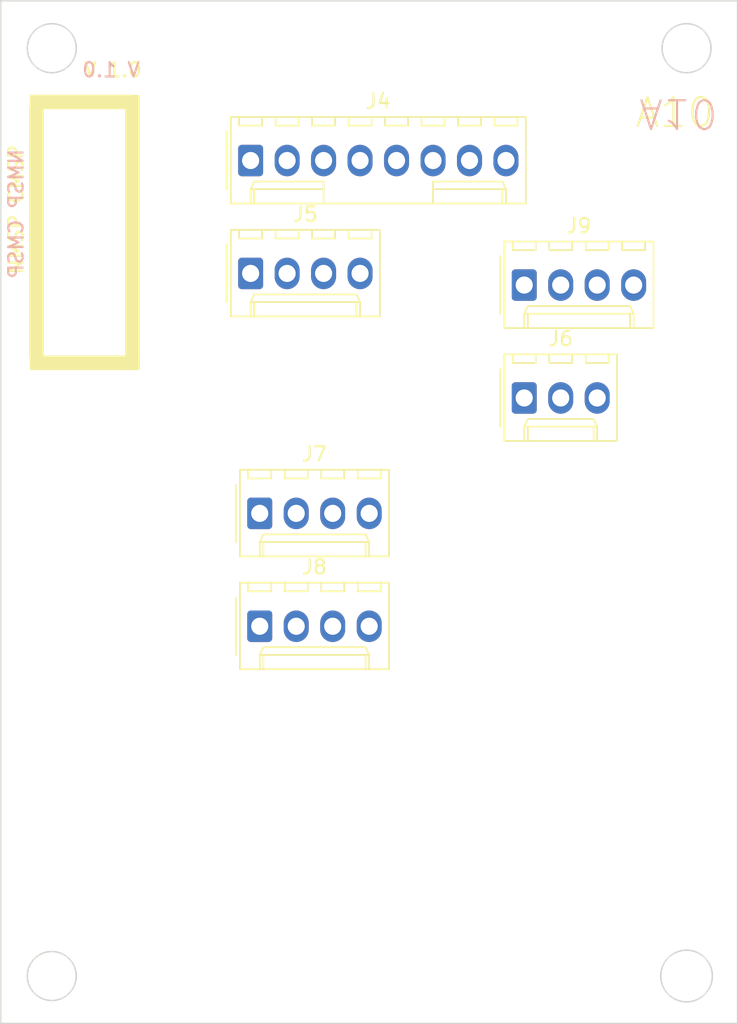
<source format=kicad_pcb>
(kicad_pcb (version 20221018) (generator pcbnew)
  (layers (0 "F.Cu" signal) (31 "B.Cu" signal) (34 "B.Paste" user) (35 "F.Paste" user) (36 "B.SilkS" user "B.Silkscreen") (37 "F.SilkS" user "F.Silkscreen") (38 "B.Mask" user) (39 "F.Mask" user) (44 "Edge.Cuts" user))
  (net 0 "")
  (net 1 "/SEG_A1")
  (net 2 "/SEG_B1")
  (net 3 "/SEG_C1")
  (net 4 "/SEG_D1")
  (net 5 "/SEG_E1")
  (net 6 "/SEG_F1")
  (net 7 "/SEG_G1")
  (net 8 "/SEG_DP1")
  (net 9 "/DIG_B4")
  (net 10 "/DIG_B5")
  (net 11 "/DIG_B6")
  (net 12 "/DIG_B7")
  (footprint "Connector_Molex:Molex_KK-254_AE-6410-04A_1x04_P2.54mm_Vertical" (layer "F.Cu") (at 123.19 63.095)
    (fp_text reference "J5" (at 3.81 -4.12) (layer "F.SilkS"))
    (fp_text value "FORWARD_DIGITS")
    (fp_line (start -1.67 -2) (end -1.67 2) (stroke (width 0.12)) (layer "F.SilkS"))
    (fp_line (start -1.38 -3.03) (end -1.38 2.99) (stroke (width 0.12)) (layer "F.SilkS"))
    (fp_line (start -1.38 2.99) (end 9 2.99) (stroke (width 0.12)) (layer "F.SilkS"))
    (fp_line (start -0.8 -3.03) (end -0.8 -2.43) (stroke (width 0.12)) (layer "F.SilkS"))
    (fp_line (start -0.8 -2.43) (end 0.8 -2.43) (stroke (width 0.12)) (layer "F.SilkS"))
    (fp_line (start 0 1.99) (end 0.25 1.46) (stroke (width 0.12)) (layer "F.SilkS"))
    (fp_line (start 0 1.99) (end 7.62 1.99) (stroke (width 0.12)) (layer "F.SilkS"))
    (fp_line (start 0 2.99) (end 0 1.99) (stroke (width 0.12)) (layer "F.SilkS"))
    (fp_line (start 0.25 1.46) (end 7.37 1.46) (stroke (width 0.12)) (layer "F.SilkS"))
    (fp_line (start 0.25 2.99) (end 0.25 1.99) (stroke (width 0.12)) (layer "F.SilkS"))
    (fp_line (start 0.8 -2.43) (end 0.8 -3.03) (stroke (width 0.12)) (layer "F.SilkS"))
    (fp_line (start 1.74 -3.03) (end 1.74 -2.43) (stroke (width 0.12)) (layer "F.SilkS"))
    (fp_line (start 1.74 -2.43) (end 3.34 -2.43) (stroke (width 0.12)) (layer "F.SilkS"))
    (fp_line (start 3.34 -2.43) (end 3.34 -3.03) (stroke (width 0.12)) (layer "F.SilkS"))
    (fp_line (start 4.28 -3.03) (end 4.28 -2.43) (stroke (width 0.12)) (layer "F.SilkS"))
    (fp_line (start 4.28 -2.43) (end 5.88 -2.43) (stroke (width 0.12)) (layer "F.SilkS"))
    (fp_line (start 5.88 -2.43) (end 5.88 -3.03) (stroke (width 0.12)) (layer "F.SilkS"))
    (fp_line (start 6.82 -3.03) (end 6.82 -2.43) (stroke (width 0.12)) (layer "F.SilkS"))
    (fp_line (start 6.82 -2.43) (end 8.42 -2.43) (stroke (width 0.12)) (layer "F.SilkS"))
    (fp_line (start 7.37 1.46) (end 7.62 1.99) (stroke (width 0.12)) (layer "F.SilkS"))
    (fp_line (start 7.37 2.99) (end 7.37 1.99) (stroke (width 0.12)) (layer "F.SilkS"))
    (fp_line (start 7.62 1.99) (end 7.62 2.99) (stroke (width 0.12)) (layer "F.SilkS"))
    (fp_line (start 8.42 -2.43) (end 8.42 -3.03) (stroke (width 0.12)) (layer "F.SilkS"))
    (fp_line (start 9 -3.03) (end -1.38 -3.03) (stroke (width 0.12)) (layer "F.SilkS"))
    (fp_line (start 9 2.99) (end 9 -3.03) (stroke (width 0.12)) (layer "F.SilkS"))
    (pad "1" thru_hole roundrect (at 0 0) (size 1.74 2.19) (drill 1.19) (layers "*.Cu" "*.Mask") (roundrect_rratio 0.143678) (net 9 "/DIG_B4"))
    (pad "2" thru_hole oval (at 2.54 0) (size 1.74 2.19) (drill 1.19) (layers "*.Cu" "*.Mask") (net 10 "/DIG_B5"))
    (pad "3" thru_hole oval (at 5.08 0) (size 1.74 2.19) (drill 1.19) (layers "*.Cu" "*.Mask") (net 11 "/DIG_B6"))
    (pad "4" thru_hole oval (at 7.62 0) (size 1.74 2.19) (drill 1.19) (layers "*.Cu" "*.Mask") (net 12 "/DIG_B7"))
  )
  (footprint "Connector_Molex:Molex_KK-254_AE-6410-04A_1x04_P2.54mm_Vertical" (layer "F.Cu") (at 142.24 63.905)
    (fp_text reference "J9" (at 3.81 -4.12) (layer "F.SilkS"))
    (fp_text value "CMSP")
    (fp_line (start -1.67 -2) (end -1.67 2) (stroke (width 0.12)) (layer "F.SilkS"))
    (fp_line (start -1.38 -3.03) (end -1.38 2.99) (stroke (width 0.12)) (layer "F.SilkS"))
    (fp_line (start -1.38 2.99) (end 9 2.99) (stroke (width 0.12)) (layer "F.SilkS"))
    (fp_line (start -0.8 -3.03) (end -0.8 -2.43) (stroke (width 0.12)) (layer "F.SilkS"))
    (fp_line (start -0.8 -2.43) (end 0.8 -2.43) (stroke (width 0.12)) (layer "F.SilkS"))
    (fp_line (start 0 1.99) (end 0.25 1.46) (stroke (width 0.12)) (layer "F.SilkS"))
    (fp_line (start 0 1.99) (end 7.62 1.99) (stroke (width 0.12)) (layer "F.SilkS"))
    (fp_line (start 0 2.99) (end 0 1.99) (stroke (width 0.12)) (layer "F.SilkS"))
    (fp_line (start 0.25 1.46) (end 7.37 1.46) (stroke (width 0.12)) (layer "F.SilkS"))
    (fp_line (start 0.25 2.99) (end 0.25 1.99) (stroke (width 0.12)) (layer "F.SilkS"))
    (fp_line (start 0.8 -2.43) (end 0.8 -3.03) (stroke (width 0.12)) (layer "F.SilkS"))
    (fp_line (start 1.74 -3.03) (end 1.74 -2.43) (stroke (width 0.12)) (layer "F.SilkS"))
    (fp_line (start 1.74 -2.43) (end 3.34 -2.43) (stroke (width 0.12)) (layer "F.SilkS"))
    (fp_line (start 3.34 -2.43) (end 3.34 -3.03) (stroke (width 0.12)) (layer "F.SilkS"))
    (fp_line (start 4.28 -3.03) (end 4.28 -2.43) (stroke (width 0.12)) (layer "F.SilkS"))
    (fp_line (start 4.28 -2.43) (end 5.88 -2.43) (stroke (width 0.12)) (layer "F.SilkS"))
    (fp_line (start 5.88 -2.43) (end 5.88 -3.03) (stroke (width 0.12)) (layer "F.SilkS"))
    (fp_line (start 6.82 -3.03) (end 6.82 -2.43) (stroke (width 0.12)) (layer "F.SilkS"))
    (fp_line (start 6.82 -2.43) (end 8.42 -2.43) (stroke (width 0.12)) (layer "F.SilkS"))
    (fp_line (start 7.37 1.46) (end 7.62 1.99) (stroke (width 0.12)) (layer "F.SilkS"))
    (fp_line (start 7.37 2.99) (end 7.37 1.99) (stroke (width 0.12)) (layer "F.SilkS"))
    (fp_line (start 7.62 1.99) (end 7.62 2.99) (stroke (width 0.12)) (layer "F.SilkS"))
    (fp_line (start 8.42 -2.43) (end 8.42 -3.03) (stroke (width 0.12)) (layer "F.SilkS"))
    (fp_line (start 9 -3.03) (end -1.38 -3.03) (stroke (width 0.12)) (layer "F.SilkS"))
    (fp_line (start 9 2.99) (end 9 -3.03) (stroke (width 0.12)) (layer "F.SilkS"))
    (pad "1" thru_hole roundrect (at 0 0) (size 1.74 2.19) (drill 1.19) (layers "*.Cu" "*.Mask") (roundrect_rratio 0.143678) (net 5 "/SEG_E1"))
    (pad "2" thru_hole oval (at 2.54 0) (size 1.74 2.19) (drill 1.19) (layers "*.Cu" "*.Mask") (net 9 "/DIG_B4"))
    (pad "3" thru_hole oval (at 5.08 0) (size 1.74 2.19) (drill 1.19) (layers "*.Cu" "*.Mask") (net 6 "/SEG_F1"))
    (pad "4" thru_hole oval (at 7.62 0) (size 1.74 2.19) (drill 1.19) (layers "*.Cu" "*.Mask"))
  )
  (footprint "Connector_Molex:Molex_KK-254_AE-6410-08A_1x08_P2.54mm_Vertical" (layer "F.Cu") (at 123.19 55.245)
    (fp_text reference "J4" (at 8.89 -4.12) (layer "F.SilkS"))
    (fp_text value "FORWARD_SEGEMENTS")
    (fp_line (start -1.67 -2) (end -1.67 2) (stroke (width 0.12)) (layer "F.SilkS"))
    (fp_line (start -1.38 -3.03) (end -1.38 2.99) (stroke (width 0.12)) (layer "F.SilkS"))
    (fp_line (start -1.38 2.99) (end 19.16 2.99) (stroke (width 0.12)) (layer "F.SilkS"))
    (fp_line (start -0.8 -3.03) (end -0.8 -2.43) (stroke (width 0.12)) (layer "F.SilkS"))
    (fp_line (start -0.8 -2.43) (end 0.8 -2.43) (stroke (width 0.12)) (layer "F.SilkS"))
    (fp_line (start 0 1.99) (end 0.25 1.46) (stroke (width 0.12)) (layer "F.SilkS"))
    (fp_line (start 0 1.99) (end 5.08 1.99) (stroke (width 0.12)) (layer "F.SilkS"))
    (fp_line (start 0 2.99) (end 0 1.99) (stroke (width 0.12)) (layer "F.SilkS"))
    (fp_line (start 0.25 1.46) (end 5.08 1.46) (stroke (width 0.12)) (layer "F.SilkS"))
    (fp_line (start 0.25 2.99) (end 0.25 1.99) (stroke (width 0.12)) (layer "F.SilkS"))
    (fp_line (start 0.8 -2.43) (end 0.8 -3.03) (stroke (width 0.12)) (layer "F.SilkS"))
    (fp_line (start 1.74 -3.03) (end 1.74 -2.43) (stroke (width 0.12)) (layer "F.SilkS"))
    (fp_line (start 1.74 -2.43) (end 3.34 -2.43) (stroke (width 0.12)) (layer "F.SilkS"))
    (fp_line (start 3.34 -2.43) (end 3.34 -3.03) (stroke (width 0.12)) (layer "F.SilkS"))
    (fp_line (start 4.28 -3.03) (end 4.28 -2.43) (stroke (width 0.12)) (layer "F.SilkS"))
    (fp_line (start 4.28 -2.43) (end 5.88 -2.43) (stroke (width 0.12)) (layer "F.SilkS"))
    (fp_line (start 5.08 1.46) (end 5.08 1.99) (stroke (width 0.12)) (layer "F.SilkS"))
    (fp_line (start 5.08 1.99) (end 5.08 2.99) (stroke (width 0.12)) (layer "F.SilkS"))
    (fp_line (start 5.88 -2.43) (end 5.88 -3.03) (stroke (width 0.12)) (layer "F.SilkS"))
    (fp_line (start 6.82 -3.03) (end 6.82 -2.43) (stroke (width 0.12)) (layer "F.SilkS"))
    (fp_line (start 6.82 -2.43) (end 8.42 -2.43) (stroke (width 0.12)) (layer "F.SilkS"))
    (fp_line (start 8.42 -2.43) (end 8.42 -3.03) (stroke (width 0.12)) (layer "F.SilkS"))
    (fp_line (start 9.36 -3.03) (end 9.36 -2.43) (stroke (width 0.12)) (layer "F.SilkS"))
    (fp_line (start 9.36 -2.43) (end 10.96 -2.43) (stroke (width 0.12)) (layer "F.SilkS"))
    (fp_line (start 10.96 -2.43) (end 10.96 -3.03) (stroke (width 0.12)) (layer "F.SilkS"))
    (fp_line (start 11.9 -3.03) (end 11.9 -2.43) (stroke (width 0.12)) (layer "F.SilkS"))
    (fp_line (start 11.9 -2.43) (end 13.5 -2.43) (stroke (width 0.12)) (layer "F.SilkS"))
    (fp_line (start 12.7 1.46) (end 12.7 1.99) (stroke (width 0.12)) (layer "F.SilkS"))
    (fp_line (start 12.7 1.99) (end 12.7 2.99) (stroke (width 0.12)) (layer "F.SilkS"))
    (fp_line (start 13.5 -2.43) (end 13.5 -3.03) (stroke (width 0.12)) (layer "F.SilkS"))
    (fp_line (start 14.44 -3.03) (end 14.44 -2.43) (stroke (width 0.12)) (layer "F.SilkS"))
    (fp_line (start 14.44 -2.43) (end 16.04 -2.43) (stroke (width 0.12)) (layer "F.SilkS"))
    (fp_line (start 16.04 -2.43) (end 16.04 -3.03) (stroke (width 0.12)) (layer "F.SilkS"))
    (fp_line (start 16.98 -3.03) (end 16.98 -2.43) (stroke (width 0.12)) (layer "F.SilkS"))
    (fp_line (start 16.98 -2.43) (end 18.58 -2.43) (stroke (width 0.12)) (layer "F.SilkS"))
    (fp_line (start 17.53 1.46) (end 12.7 1.46) (stroke (width 0.12)) (layer "F.SilkS"))
    (fp_line (start 17.53 2.99) (end 17.53 1.99) (stroke (width 0.12)) (layer "F.SilkS"))
    (fp_line (start 17.78 1.99) (end 12.7 1.99) (stroke (width 0.12)) (layer "F.SilkS"))
    (fp_line (start 17.78 1.99) (end 17.53 1.46) (stroke (width 0.12)) (layer "F.SilkS"))
    (fp_line (start 17.78 2.99) (end 17.78 1.99) (stroke (width 0.12)) (layer "F.SilkS"))
    (fp_line (start 18.58 -2.43) (end 18.58 -3.03) (stroke (width 0.12)) (layer "F.SilkS"))
    (fp_line (start 19.16 -3.03) (end -1.38 -3.03) (stroke (width 0.12)) (layer "F.SilkS"))
    (fp_line (start 19.16 2.99) (end 19.16 -3.03) (stroke (width 0.12)) (layer "F.SilkS"))
    (pad "1" thru_hole roundrect (at 0 0) (size 1.74 2.19) (drill 1.19) (layers "*.Cu" "*.Mask") (roundrect_rratio 0.143678) (net 1 "/SEG_A1"))
    (pad "2" thru_hole oval (at 2.54 0) (size 1.74 2.19) (drill 1.19) (layers "*.Cu" "*.Mask") (net 2 "/SEG_B1"))
    (pad "3" thru_hole oval (at 5.08 0) (size 1.74 2.19) (drill 1.19) (layers "*.Cu" "*.Mask") (net 3 "/SEG_C1"))
    (pad "4" thru_hole oval (at 7.62 0) (size 1.74 2.19) (drill 1.19) (layers "*.Cu" "*.Mask") (net 4 "/SEG_D1"))
    (pad "5" thru_hole oval (at 10.16 0) (size 1.74 2.19) (drill 1.19) (layers "*.Cu" "*.Mask") (net 5 "/SEG_E1"))
    (pad "6" thru_hole oval (at 12.7 0) (size 1.74 2.19) (drill 1.19) (layers "*.Cu" "*.Mask") (net 6 "/SEG_F1"))
    (pad "7" thru_hole oval (at 15.24 0) (size 1.74 2.19) (drill 1.19) (layers "*.Cu" "*.Mask") (net 7 "/SEG_G1"))
    (pad "8" thru_hole oval (at 17.78 0) (size 1.74 2.19) (drill 1.19) (layers "*.Cu" "*.Mask") (net 8 "/SEG_DP1"))
  )
  (footprint "Connector_Molex:Molex_KK-254_AE-6410-04A_1x04_P2.54mm_Vertical" (layer "F.Cu") (at 123.825 87.63)
    (fp_text reference "J8" (at 3.81 -4.12) (layer "F.SilkS"))
    (fp_text value "RIGHT FORWARD LEDS")
    (fp_line (start -1.67 -2) (end -1.67 2) (stroke (width 0.12)) (layer "F.SilkS"))
    (fp_line (start -1.38 -3.03) (end -1.38 2.99) (stroke (width 0.12)) (layer "F.SilkS"))
    (fp_line (start -1.38 2.99) (end 9 2.99) (stroke (width 0.12)) (layer "F.SilkS"))
    (fp_line (start -0.8 -3.03) (end -0.8 -2.43) (stroke (width 0.12)) (layer "F.SilkS"))
    (fp_line (start -0.8 -2.43) (end 0.8 -2.43) (stroke (width 0.12)) (layer "F.SilkS"))
    (fp_line (start 0 1.99) (end 0.25 1.46) (stroke (width 0.12)) (layer "F.SilkS"))
    (fp_line (start 0 1.99) (end 7.62 1.99) (stroke (width 0.12)) (layer "F.SilkS"))
    (fp_line (start 0 2.99) (end 0 1.99) (stroke (width 0.12)) (layer "F.SilkS"))
    (fp_line (start 0.25 1.46) (end 7.37 1.46) (stroke (width 0.12)) (layer "F.SilkS"))
    (fp_line (start 0.25 2.99) (end 0.25 1.99) (stroke (width 0.12)) (layer "F.SilkS"))
    (fp_line (start 0.8 -2.43) (end 0.8 -3.03) (stroke (width 0.12)) (layer "F.SilkS"))
    (fp_line (start 1.74 -3.03) (end 1.74 -2.43) (stroke (width 0.12)) (layer "F.SilkS"))
    (fp_line (start 1.74 -2.43) (end 3.34 -2.43) (stroke (width 0.12)) (layer "F.SilkS"))
    (fp_line (start 3.34 -2.43) (end 3.34 -3.03) (stroke (width 0.12)) (layer "F.SilkS"))
    (fp_line (start 4.28 -3.03) (end 4.28 -2.43) (stroke (width 0.12)) (layer "F.SilkS"))
    (fp_line (start 4.28 -2.43) (end 5.88 -2.43) (stroke (width 0.12)) (layer "F.SilkS"))
    (fp_line (start 5.88 -2.43) (end 5.88 -3.03) (stroke (width 0.12)) (layer "F.SilkS"))
    (fp_line (start 6.82 -3.03) (end 6.82 -2.43) (stroke (width 0.12)) (layer "F.SilkS"))
    (fp_line (start 6.82 -2.43) (end 8.42 -2.43) (stroke (width 0.12)) (layer "F.SilkS"))
    (fp_line (start 7.37 1.46) (end 7.62 1.99) (stroke (width 0.12)) (layer "F.SilkS"))
    (fp_line (start 7.37 2.99) (end 7.37 1.99) (stroke (width 0.12)) (layer "F.SilkS"))
    (fp_line (start 7.62 1.99) (end 7.62 2.99) (stroke (width 0.12)) (layer "F.SilkS"))
    (fp_line (start 8.42 -2.43) (end 8.42 -3.03) (stroke (width 0.12)) (layer "F.SilkS"))
    (fp_line (start 9 -3.03) (end -1.38 -3.03) (stroke (width 0.12)) (layer "F.SilkS"))
    (fp_line (start 9 2.99) (end 9 -3.03) (stroke (width 0.12)) (layer "F.SilkS"))
    (pad "1" thru_hole roundrect (at 0 0) (size 1.74 2.19) (drill 1.19) (layers "*.Cu" "*.Mask") (roundrect_rratio 0.143678) (net 11 "/DIG_B6"))
    (pad "2" thru_hole oval (at 2.54 0) (size 1.74 2.19) (drill 1.19) (layers "*.Cu" "*.Mask") (net 12 "/DIG_B7"))
    (pad "3" thru_hole oval (at 5.08 0) (size 1.74 2.19) (drill 1.19) (layers "*.Cu" "*.Mask") (net 3 "/SEG_C1"))
    (pad "4" thru_hole oval (at 7.62 0) (size 1.74 2.19) (drill 1.19) (layers "*.Cu" "*.Mask") (net 4 "/SEG_D1"))
  )
  (footprint "Connector_Molex:Molex_KK-254_AE-6410-04A_1x04_P2.54mm_Vertical" (layer "F.Cu") (at 123.825 79.78)
    (fp_text reference "J7" (at 3.81 -4.12) (layer "F.SilkS"))
    (fp_text value "LEFT FORWARD LEDS")
    (fp_line (start -1.67 -2) (end -1.67 2) (stroke (width 0.12)) (layer "F.SilkS"))
    (fp_line (start -1.38 -3.03) (end -1.38 2.99) (stroke (width 0.12)) (layer "F.SilkS"))
    (fp_line (start -1.38 2.99) (end 9 2.99) (stroke (width 0.12)) (layer "F.SilkS"))
    (fp_line (start -0.8 -3.03) (end -0.8 -2.43) (stroke (width 0.12)) (layer "F.SilkS"))
    (fp_line (start -0.8 -2.43) (end 0.8 -2.43) (stroke (width 0.12)) (layer "F.SilkS"))
    (fp_line (start 0 1.99) (end 0.25 1.46) (stroke (width 0.12)) (layer "F.SilkS"))
    (fp_line (start 0 1.99) (end 7.62 1.99) (stroke (width 0.12)) (layer "F.SilkS"))
    (fp_line (start 0 2.99) (end 0 1.99) (stroke (width 0.12)) (layer "F.SilkS"))
    (fp_line (start 0.25 1.46) (end 7.37 1.46) (stroke (width 0.12)) (layer "F.SilkS"))
    (fp_line (start 0.25 2.99) (end 0.25 1.99) (stroke (width 0.12)) (layer "F.SilkS"))
    (fp_line (start 0.8 -2.43) (end 0.8 -3.03) (stroke (width 0.12)) (layer "F.SilkS"))
    (fp_line (start 1.74 -3.03) (end 1.74 -2.43) (stroke (width 0.12)) (layer "F.SilkS"))
    (fp_line (start 1.74 -2.43) (end 3.34 -2.43) (stroke (width 0.12)) (layer "F.SilkS"))
    (fp_line (start 3.34 -2.43) (end 3.34 -3.03) (stroke (width 0.12)) (layer "F.SilkS"))
    (fp_line (start 4.28 -3.03) (end 4.28 -2.43) (stroke (width 0.12)) (layer "F.SilkS"))
    (fp_line (start 4.28 -2.43) (end 5.88 -2.43) (stroke (width 0.12)) (layer "F.SilkS"))
    (fp_line (start 5.88 -2.43) (end 5.88 -3.03) (stroke (width 0.12)) (layer "F.SilkS"))
    (fp_line (start 6.82 -3.03) (end 6.82 -2.43) (stroke (width 0.12)) (layer "F.SilkS"))
    (fp_line (start 6.82 -2.43) (end 8.42 -2.43) (stroke (width 0.12)) (layer "F.SilkS"))
    (fp_line (start 7.37 1.46) (end 7.62 1.99) (stroke (width 0.12)) (layer "F.SilkS"))
    (fp_line (start 7.37 2.99) (end 7.37 1.99) (stroke (width 0.12)) (layer "F.SilkS"))
    (fp_line (start 7.62 1.99) (end 7.62 2.99) (stroke (width 0.12)) (layer "F.SilkS"))
    (fp_line (start 8.42 -2.43) (end 8.42 -3.03) (stroke (width 0.12)) (layer "F.SilkS"))
    (fp_line (start 9 -3.03) (end -1.38 -3.03) (stroke (width 0.12)) (layer "F.SilkS"))
    (fp_line (start 9 2.99) (end 9 -3.03) (stroke (width 0.12)) (layer "F.SilkS"))
    (pad "1" thru_hole roundrect (at 0 0) (size 1.74 2.19) (drill 1.19) (layers "*.Cu" "*.Mask") (roundrect_rratio 0.143678) (net 9 "/DIG_B4"))
    (pad "2" thru_hole oval (at 2.54 0) (size 1.74 2.19) (drill 1.19) (layers "*.Cu" "*.Mask") (net 10 "/DIG_B5"))
    (pad "3" thru_hole oval (at 5.08 0) (size 1.74 2.19) (drill 1.19) (layers "*.Cu" "*.Mask") (net 3 "/SEG_C1"))
    (pad "4" thru_hole oval (at 7.62 0) (size 1.74 2.19) (drill 1.19) (layers "*.Cu" "*.Mask") (net 4 "/SEG_D1"))
  )
  (footprint "Connector_Molex:Molex_KK-254_AE-6410-03A_1x03_P2.54mm_Vertical" (layer "F.Cu") (at 142.24 71.755)
    (fp_text reference "J6" (at 2.54 -4.12) (layer "F.SilkS"))
    (fp_text value "TAKE OFF TRIM")
    (fp_line (start -1.67 -2) (end -1.67 2) (stroke (width 0.12)) (layer "F.SilkS"))
    (fp_line (start -1.38 -3.03) (end -1.38 2.99) (stroke (width 0.12)) (layer "F.SilkS"))
    (fp_line (start -1.38 2.99) (end 6.46 2.99) (stroke (width 0.12)) (layer "F.SilkS"))
    (fp_line (start -0.8 -3.03) (end -0.8 -2.43) (stroke (width 0.12)) (layer "F.SilkS"))
    (fp_line (start -0.8 -2.43) (end 0.8 -2.43) (stroke (width 0.12)) (layer "F.SilkS"))
    (fp_line (start 0 1.99) (end 0.25 1.46) (stroke (width 0.12)) (layer "F.SilkS"))
    (fp_line (start 0 1.99) (end 5.08 1.99) (stroke (width 0.12)) (layer "F.SilkS"))
    (fp_line (start 0 2.99) (end 0 1.99) (stroke (width 0.12)) (layer "F.SilkS"))
    (fp_line (start 0.25 1.46) (end 4.83 1.46) (stroke (width 0.12)) (layer "F.SilkS"))
    (fp_line (start 0.25 2.99) (end 0.25 1.99) (stroke (width 0.12)) (layer "F.SilkS"))
    (fp_line (start 0.8 -2.43) (end 0.8 -3.03) (stroke (width 0.12)) (layer "F.SilkS"))
    (fp_line (start 1.74 -3.03) (end 1.74 -2.43) (stroke (width 0.12)) (layer "F.SilkS"))
    (fp_line (start 1.74 -2.43) (end 3.34 -2.43) (stroke (width 0.12)) (layer "F.SilkS"))
    (fp_line (start 3.34 -2.43) (end 3.34 -3.03) (stroke (width 0.12)) (layer "F.SilkS"))
    (fp_line (start 4.28 -3.03) (end 4.28 -2.43) (stroke (width 0.12)) (layer "F.SilkS"))
    (fp_line (start 4.28 -2.43) (end 5.88 -2.43) (stroke (width 0.12)) (layer "F.SilkS"))
    (fp_line (start 4.83 1.46) (end 5.08 1.99) (stroke (width 0.12)) (layer "F.SilkS"))
    (fp_line (start 4.83 2.99) (end 4.83 1.99) (stroke (width 0.12)) (layer "F.SilkS"))
    (fp_line (start 5.08 1.99) (end 5.08 2.99) (stroke (width 0.12)) (layer "F.SilkS"))
    (fp_line (start 5.88 -2.43) (end 5.88 -3.03) (stroke (width 0.12)) (layer "F.SilkS"))
    (fp_line (start 6.46 -3.03) (end -1.38 -3.03) (stroke (width 0.12)) (layer "F.SilkS"))
    (fp_line (start 6.46 2.99) (end 6.46 -3.03) (stroke (width 0.12)) (layer "F.SilkS"))
    (pad "1" thru_hole roundrect (at 0 0) (size 1.74 2.19) (drill 1.19) (layers "*.Cu" "*.Mask") (roundrect_rratio 0.143678) (net 1 "/SEG_A1"))
    (pad "2" thru_hole oval (at 2.54 0) (size 1.74 2.19) (drill 1.19) (layers "*.Cu" "*.Mask") (net 9 "/DIG_B4"))
    (pad "3" thru_hole oval (at 5.08 0) (size 1.74 2.19) (drill 1.19) (layers "*.Cu" "*.Mask") (net 2 "/SEG_B1"))
  )
  (gr_rect (start 114.53 50.7546) (end 115.39 69.74) (stroke (width 0.15)) (fill solid) (layer "F.SilkS"))
  (gr_rect (start 107.85 51.5823) (end 108.71 68.9177) (stroke (width 0.15)) (fill solid) (layer "F.SilkS"))
  (gr_rect (start 107.89 68.88) (end 115.39 69.74) (stroke (width 0.15)) (fill solid) (layer "F.SilkS"))
  (gr_rect (start 107.88 50.7423) (end 114.87 51.6023) (stroke (width 0.15)) (fill solid) (layer "F.SilkS"))
  (gr_rect locked (start 105.79 44.132) (end 157.098 115.252) (stroke (width 0.1)) (fill none) (layer "Edge.Cuts"))
  (gr_circle locked (center 153.542 47.434) (end 154.304 45.91) (stroke (width 0.1)) (fill none) (layer "Edge.Cuts"))
  (gr_circle locked (center 109.346 47.434) (end 110.108 45.91) (stroke (width 0.1)) (fill none) (layer "Edge.Cuts"))
  (gr_circle locked (center 109.346 111.95) (end 110.108 110.426) (stroke (width 0.1)) (fill none) (layer "Edge.Cuts"))
  (gr_circle locked (center 153.542 111.95) (end 153.796 110.172) (stroke (width 0.1)) (fill none) (layer "Edge.Cuts"))
  (gr_text "NMSP CMSP" (at 107.442 54.356 90) (layer "B.SilkS") (effects (font (size 1 1)) (justify left bottom mirror)))
  (gr_text "A10" (at 150.114 50.8 180) (layer "B.SilkS") (effects (font (size 2 2)) (justify left bottom mirror)))
  (gr_text "V 1.0" (at 115.57 49.53) (layer "B.SilkS") (effects (font (size 1 1)) (justify left bottom mirror)))
  (gr_text "A10" (at 149.86 53.086) (layer "F.SilkS") (effects (font (size 2 2)) (justify left bottom)))
  (gr_text "V 1.0" (at 111.506 49.53) (layer "F.SilkS") (effects (font (size 1 1)) (justify left bottom)))
  (gr_text "NMSP CMSP" (at 107.442 63.246 90) (layer "F.SilkS") (effects (font (size 1 1)) (justify left bottom)))
)
</source>
